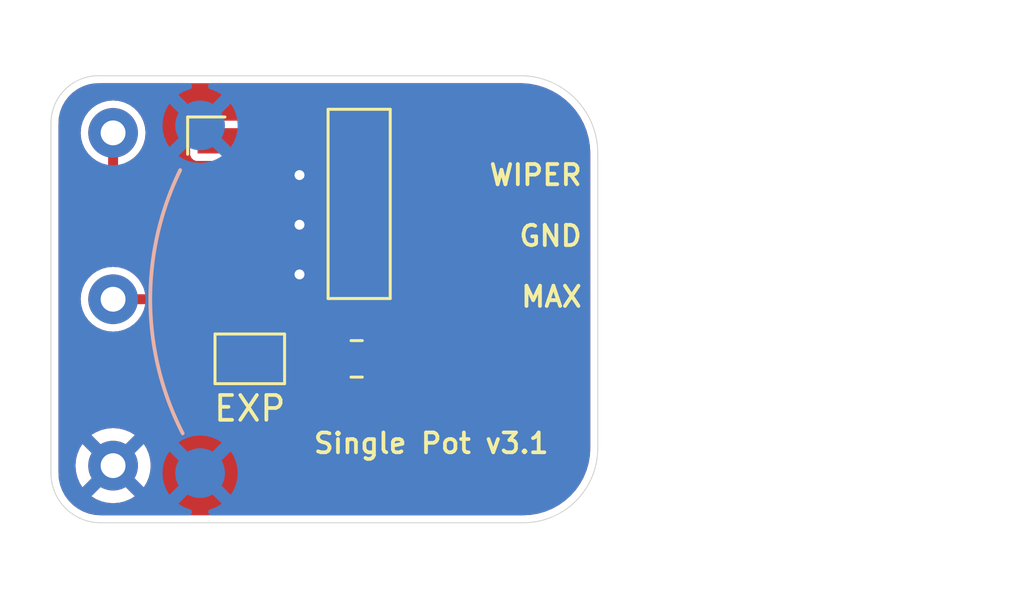
<source format=kicad_pcb>
(kicad_pcb (version 20211014) (generator pcbnew)
  (layers (0 "F.Cu" signal) (31 "B.Cu" signal) (34 "B.Paste" user) (35 "F.Paste" user) (36 "B.SilkS" user "B.Silkscreen") (37 "F.SilkS" user "F.Silkscreen") (38 "B.Mask" user) (39 "F.Mask" user) (44 "Edge.Cuts" user))
  (net 0 "")
  (net 1 "WIPER")
  (net 2 "GND")
  (net 3 "MAX")
  (net 4 "Net-(JP1-Pad1)")
  (footprint "Jumper:SolderJumper-2_P1.3mm_Open_TrianglePad1.0x1.5mm" (layer "F.Cu") (at 144 82.4 180)
    (fp_text reference "JP1" hide)
    (fp_text value "SolderJumper_2_Open")
    (fp_line (start -1.4 1) (end -1.4 -1) (layer "F.SilkS") (width 0.12))
    (fp_line (start 1.4 1) (end -1.4 1) (layer "F.SilkS") (width 0.12))
    (fp_line (start -1.4 -1) (end 1.4 -1) (layer "F.SilkS") (width 0.12))
    (fp_line (start 1.4 -1) (end 1.4 1) (layer "F.SilkS") (width 0.12))
    (pad "1" smd custom (at -0.725 0 180) (size 0.3 0.3) (layers "F.Cu" "F.Mask") (net 4 "Net-(JP1-Pad1)") (options (clearance outline) (anchor rect)) (primitives (gr_poly (pts (xy 1 0) (xy 0.5 0.75) (xy -0.5 0.75) (xy -0.5 -0.75) (xy 0.5 -0.75)) (width 0) (fill yes))))
    (pad "2" smd custom (at 0.725 0 180) (size 0.3 0.3) (layers "F.Cu" "F.Mask") (net 1 "WIPER") (options (clearance outline) (anchor rect)) (primitives (gr_poly (pts (xy 0.5 0.75) (xy -0.65 0.75) (xy -0.15 0) (xy -0.65 -0.75) (xy 0.5 -0.75)) (width 0) (fill yes))))
  )
  (footprint "Resistor_SMD:R_0805_2012Metric_Pad1.20x1.40mm_HandSolder" (layer "F.Cu") (at 148.3 82.4 180)
    (fp_text reference "R1" hide)
    (fp_text value "4.7k")
    (fp_line (start -0.227064 0.735) (end 0.227064 0.735) (layer "F.SilkS") (width 0.12))
    (fp_line (start -0.227064 -0.735) (end 0.227064 -0.735) (layer "F.SilkS") (width 0.12))
    (pad "1" smd roundrect (at -1 0 180) (size 1.2 1.4) (layers "F.Cu" "F.Paste" "F.Mask") (roundrect_rratio 0.208333) (net 2 "GND"))
    (pad "2" smd roundrect (at 1 0 180) (size 1.2 1.4) (layers "F.Cu" "F.Paste" "F.Mask") (roundrect_rratio 0.208333) (net 4 "Net-(JP1-Pad1)"))
  )
  (footprint "cycfi_library:bourns_pdb241" (layer "F.Cu") (at 138.5 80)
    (fp_text reference "RV1" hide)
    (fp_text value "500k")
    (pad "1" thru_hole circle (at 0 -6.7) (size 2 2) (drill 1) (layers *.Cu *.Mask) (net 3 "MAX"))
    (pad "2" thru_hole circle (at 0 0) (size 2 2) (drill 1) (layers *.Cu *.Mask) (net 1 "WIPER"))
    (pad "3" thru_hole circle (at 0 6.7) (size 2 2) (drill 1) (layers *.Cu *.Mask) (net 2 "GND"))
  )
  (footprint "cycfi_library:pin_header_1x3p_2.54mm_smd_horizontal" (layer "F.Cu") (at 143.5 73.62)
    (fp_text reference "J1" hide)
    (fp_text value "I/O connector")
    (fp_line (start 6.15 -1.27) (end 6.15 6.35) (layer "F.SilkS") (width 0.12))
    (fp_line (start 3.65 6.35) (end 6.15 6.35) (layer "F.SilkS") (width 0.12))
    (fp_line (start 3.65 -1.27) (end 6.15 -1.27) (layer "F.SilkS") (width 0.12))
    (fp_line (start -2 0.54) (end -2 -0.96) (layer "F.SilkS") (width 0.12))
    (fp_line (start 3.65 -1.27) (end 3.65 6.35) (layer "F.SilkS") (width 0.12))
    (fp_line (start -2 -0.96) (end -0.5 -0.96) (layer "F.SilkS") (width 0.12))
    (pad "1" smd rect (at 0 0) (size 3.2 1.02) (layers "F.Cu" "F.Paste" "F.Mask") (net 1 "WIPER"))
    (pad "2" smd rect (at 0 2.54) (size 3.2 1.02) (layers "F.Cu" "F.Paste" "F.Mask") (net 2 "GND"))
    (pad "3" smd rect (at 0 5.08) (size 3.2 1.02) (layers "F.Cu" "F.Paste" "F.Mask") (net 3 "MAX"))
  )
  (footprint "cycfi_library:single-pad-2x2-circular" (layer "B.Cu") (at 142 73 180)
    (fp_text reference "H2" hide)
    (fp_text value "Ground Pad" hide)
    (pad "1" smd circle (at 0 0 180) (size 2 2) (layers "B.Cu" "B.Paste" "B.Mask") (net 2 "GND"))
  )
  (footprint "cycfi_library:single-pad-2x2-circular" (layer "B.Cu") (at 142 87 180)
    (fp_text reference "H1" hide)
    (fp_text value "Ground Pad" hide)
    (pad "1" smd circle (at 0 0 180) (size 2 2) (layers "B.Cu" "B.Paste" "B.Mask") (net 2 "GND"))
  )
  (gr_arc (start 141.3 85.4) (mid 139.997243 80.111818) (end 141.2 74.8) (layer "B.SilkS") (width 0.15))
  (gr_line (start 138 71) (end 155 71) (layer "Edge.Cuts") (width 0.0381))
  (gr_arc (start 138 89) (mid 136.585786 88.414214) (end 136 87) (layer "Edge.Cuts") (width 0.0381))
  (gr_line (start 158 74.12132) (end 158 86) (layer "Edge.Cuts") (width 0.0381))
  (gr_line (start 136 87) (end 136 72.914214) (layer "Edge.Cuts") (width 0.0381))
  (gr_arc (start 155 71) (mid 157.128402 71.956683) (end 158 74.12132) (layer "Edge.Cuts") (width 0.0381))
  (gr_arc (start 158 86) (mid 157.121318 88.121318) (end 155 89) (layer "Edge.Cuts") (width 0.0381))
  (gr_line (start 155 89) (end 138 89) (layer "Edge.Cuts") (width 0.0381))
  (gr_arc (start 136 72.914214) (mid 136.591204 71.529971) (end 138 71) (layer "Edge.Cuts") (width 0.0381))
  (gr_text "Single Pot v3.1" (at 151.3 85.8) (layer "F.SilkS") (effects (font (size 0.8 0.8))))
  (gr_text "GND" (at 156.099923 77.45) (layer "F.SilkS") (effects (font (size 0.8128 0.8128) (thickness 0.1524))))
  (gr_text "MAX" (at 156.138628 79.9) (layer "F.SilkS") (effects (font (size 0.8128 0.8128) (thickness 0.1524))))
  (gr_text "WIPER" (at 155.5 75) (layer "F.SilkS") (effects (font (size 0.8128 0.8128) (thickness 0.1524))))
  (gr_text "EXP" (at 144 84.4) (layer "F.SilkS") (effects (font (size 1 1))))
  (segment (start 143.2 80) (end 147.1 80) (width 0.4) (layer "F.Cu") (net 1))
  (segment (start 138.5 80) (end 143.2 80) (width 0.4) (layer "F.Cu") (net 1))
  (segment (start 143.275 82.4) (end 143.275 80.075) (width 0.4) (layer "F.Cu") (net 1))
  (segment (start 148 79.1) (end 148 74.7) (width 0.4) (layer "F.Cu") (net 1))
  (segment (start 143.275 80.075) (end 143.2 80) (width 0.4) (layer "F.Cu") (net 1))
  (segment (start 146.92 73.62) (end 143.5 73.62) (width 0.4) (layer "F.Cu") (net 1))
  (segment (start 148 74.7) (end 146.92 73.62) (width 0.4) (layer "F.Cu") (net 1))
  (segment (start 147.1 80) (end 148 79.1) (width 0.4) (layer "F.Cu") (net 1))
  (via (at 146 75) (size 0.8) (drill 0.4) (layers "F.Cu" "B.Cu") (net 2))
  (via (at 146 79) (size 0.8) (drill 0.4) (layers "F.Cu" "B.Cu") (net 2))
  (via (at 146 77) (size 0.8) (drill 0.4) (layers "F.Cu" "B.Cu") (net 2))
  (segment (start 138.5 74.8) (end 142.4 78.7) (width 0.4) (layer "F.Cu") (net 3))
  (segment (start 138.5 73.3) (end 138.5 74.8) (width 0.4) (layer "F.Cu") (net 3))
  (segment (start 142.4 78.7) (end 143.5 78.7) (width 0.4) (layer "F.Cu") (net 3))
  (segment (start 144.725 82.4) (end 147.3 82.4) (width 0.4) (layer "F.Cu") (net 4))
  (zone (net 2) (net_name "GND") (layer "F.Cu") (connect_pads (clearance 0.3)) (min_thickness 0.254) (fill yes (thermal_gap 0.508) (thermal_bridge_width 0.508))
    (polygon (pts (xy 158.5 89.25) (xy 135.5 89.25) (xy 135.5 70.75) (xy 158.5 70.75)))
  )
  (zone (net 2) (net_name "GND") (layer "B.Cu") (connect_pads (clearance 0.3)) (min_thickness 0.254) (fill yes (thermal_gap 0.508) (thermal_bridge_width 0.508))
    (polygon (pts (xy 158.5 89.25) (xy 135.5 89.25) (xy 135.5 70.75) (xy 158.5 70.75)))
  )
)
</source>
